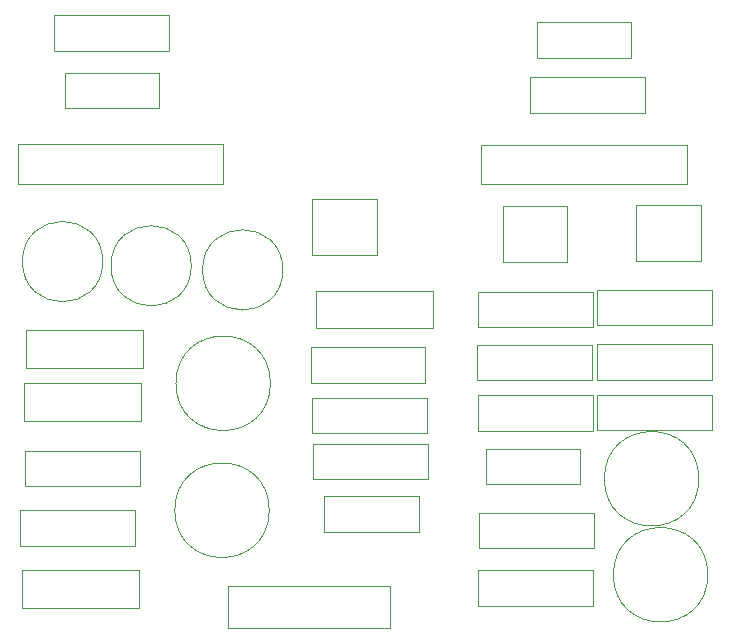
<source format=gbr>
G04 #@! TF.GenerationSoftware,KiCad,Pcbnew,7.0.11+dfsg-1build4*
G04 #@! TF.CreationDate,2026-01-25T21:49:34-05:00*
G04 #@! TF.ProjectId,compressor-01-bearhug,636f6d70-7265-4737-936f-722d30312d62,rev?*
G04 #@! TF.SameCoordinates,Original*
G04 #@! TF.FileFunction,Other,User*
%FSLAX46Y46*%
G04 Gerber Fmt 4.6, Leading zero omitted, Abs format (unit mm)*
G04 Created by KiCad (PCBNEW 7.0.11+dfsg-1build4) date 2026-01-25 21:49:34*
%MOMM*%
%LPD*%
G01*
G04 APERTURE LIST*
%ADD10C,0.050000*%
G04 APERTURE END LIST*
D10*
X154850000Y-45950000D02*
X154850000Y-48950000D01*
X154850000Y-48950000D02*
X162850000Y-48950000D01*
X162850000Y-45950000D02*
X154850000Y-45950000D01*
X162850000Y-48950000D02*
X162850000Y-45950000D01*
X133350000Y-66900000D02*
G75*
G03*
X126550000Y-66900000I-3400000J0D01*
G01*
X126550000Y-66900000D02*
G75*
G03*
X133350000Y-66900000I3400000J0D01*
G01*
X136850000Y-86050000D02*
X136850000Y-89050000D01*
X136850000Y-89050000D02*
X144850000Y-89050000D01*
X144850000Y-86050000D02*
X136850000Y-86050000D01*
X144850000Y-89050000D02*
X144850000Y-86050000D01*
X169334000Y-92710000D02*
G75*
G03*
X161334000Y-92710000I-4000000J0D01*
G01*
X161334000Y-92710000D02*
G75*
G03*
X169334000Y-92710000I4000000J0D01*
G01*
X132200000Y-87250000D02*
G75*
G03*
X124200000Y-87250000I-4000000J0D01*
G01*
X124200000Y-87250000D02*
G75*
G03*
X132200000Y-87250000I4000000J0D01*
G01*
X118100000Y-66200000D02*
G75*
G03*
X111300000Y-66200000I-3400000J0D01*
G01*
X111300000Y-66200000D02*
G75*
G03*
X118100000Y-66200000I3400000J0D01*
G01*
X168572000Y-84582000D02*
G75*
G03*
X160572000Y-84582000I-4000000J0D01*
G01*
X160572000Y-84582000D02*
G75*
G03*
X168572000Y-84582000I4000000J0D01*
G01*
X125600000Y-66550000D02*
G75*
G03*
X118800000Y-66550000I-3400000J0D01*
G01*
X118800000Y-66550000D02*
G75*
G03*
X125600000Y-66550000I3400000J0D01*
G01*
X132300000Y-76500000D02*
G75*
G03*
X124300000Y-76500000I-4000000J0D01*
G01*
X124300000Y-76500000D02*
G75*
G03*
X132300000Y-76500000I4000000J0D01*
G01*
X114872000Y-50200000D02*
X114872000Y-53200000D01*
X114872000Y-53200000D02*
X122872000Y-53200000D01*
X122872000Y-50200000D02*
X114872000Y-50200000D01*
X122872000Y-53200000D02*
X122872000Y-50200000D01*
X136150000Y-68650000D02*
X136150000Y-71850000D01*
X136150000Y-71850000D02*
X146070000Y-71850000D01*
X146070000Y-68650000D02*
X136150000Y-68650000D01*
X146070000Y-71850000D02*
X146070000Y-68650000D01*
X111600000Y-72000000D02*
X111600000Y-75200000D01*
X111600000Y-75200000D02*
X121520000Y-75200000D01*
X121520000Y-72000000D02*
X111600000Y-72000000D01*
X121520000Y-75200000D02*
X121520000Y-72000000D01*
X111450000Y-76500000D02*
X111450000Y-79700000D01*
X111450000Y-79700000D02*
X121370000Y-79700000D01*
X121370000Y-76500000D02*
X111450000Y-76500000D01*
X121370000Y-79700000D02*
X121370000Y-76500000D01*
X111250000Y-92300000D02*
X111250000Y-95500000D01*
X111250000Y-95500000D02*
X121170000Y-95500000D01*
X121170000Y-92300000D02*
X111250000Y-92300000D01*
X121170000Y-95500000D02*
X121170000Y-92300000D01*
X128700000Y-97250000D02*
X142450000Y-97250000D01*
X142450000Y-97250000D02*
X142450000Y-93650000D01*
X128700000Y-93650000D02*
X128700000Y-97250000D01*
X142450000Y-93650000D02*
X128700000Y-93650000D01*
X163290000Y-61370000D02*
X163290000Y-66110000D01*
X163290000Y-61370000D02*
X168750000Y-61370000D01*
X168750000Y-66110000D02*
X163290000Y-66110000D01*
X168750000Y-66110000D02*
X168750000Y-61370000D01*
X135840000Y-60920000D02*
X135840000Y-65660000D01*
X135840000Y-60920000D02*
X141300000Y-60920000D01*
X141300000Y-65660000D02*
X135840000Y-65660000D01*
X141300000Y-65660000D02*
X141300000Y-60920000D01*
X151990000Y-61470000D02*
X151990000Y-66210000D01*
X151990000Y-61470000D02*
X157450000Y-61470000D01*
X157450000Y-66210000D02*
X151990000Y-66210000D01*
X157450000Y-66210000D02*
X157450000Y-61470000D01*
X135700000Y-73450000D02*
X135700000Y-76450000D01*
X135700000Y-76450000D02*
X145420000Y-76450000D01*
X145420000Y-73450000D02*
X135700000Y-73450000D01*
X145420000Y-76450000D02*
X145420000Y-73450000D01*
X135900000Y-81600000D02*
X135900000Y-84600000D01*
X135900000Y-84600000D02*
X145620000Y-84600000D01*
X145620000Y-81600000D02*
X135900000Y-81600000D01*
X145620000Y-84600000D02*
X145620000Y-81600000D01*
X145576000Y-80748000D02*
X145576000Y-77748000D01*
X145576000Y-77748000D02*
X135856000Y-77748000D01*
X135856000Y-80748000D02*
X145576000Y-80748000D01*
X135856000Y-77748000D02*
X135856000Y-80748000D01*
X149900000Y-92350000D02*
X149900000Y-95350000D01*
X149900000Y-95350000D02*
X159620000Y-95350000D01*
X159620000Y-92350000D02*
X149900000Y-92350000D01*
X159620000Y-95350000D02*
X159620000Y-92350000D01*
X114000000Y-45350000D02*
X114000000Y-48350000D01*
X114000000Y-48350000D02*
X123720000Y-48350000D01*
X123720000Y-45350000D02*
X114000000Y-45350000D01*
X123720000Y-48350000D02*
X123720000Y-45350000D01*
X159986000Y-73200000D02*
X159986000Y-76200000D01*
X159986000Y-76200000D02*
X169706000Y-76200000D01*
X169706000Y-73200000D02*
X159986000Y-73200000D01*
X169706000Y-76200000D02*
X169706000Y-73200000D01*
X169706000Y-71604000D02*
X169706000Y-68604000D01*
X169706000Y-68604000D02*
X159986000Y-68604000D01*
X159986000Y-71604000D02*
X169706000Y-71604000D01*
X159986000Y-68604000D02*
X159986000Y-71604000D01*
X149900000Y-77500000D02*
X149900000Y-80500000D01*
X149900000Y-80500000D02*
X159620000Y-80500000D01*
X159620000Y-77500000D02*
X149900000Y-77500000D01*
X159620000Y-80500000D02*
X159620000Y-77500000D01*
X149900000Y-68750000D02*
X149900000Y-71750000D01*
X149900000Y-71750000D02*
X159620000Y-71750000D01*
X159620000Y-68750000D02*
X149900000Y-68750000D01*
X159620000Y-71750000D02*
X159620000Y-68750000D01*
X154300000Y-50600000D02*
X154300000Y-53600000D01*
X154300000Y-53600000D02*
X164020000Y-53600000D01*
X164020000Y-50600000D02*
X154300000Y-50600000D01*
X164020000Y-53600000D02*
X164020000Y-50600000D01*
X159986000Y-77494000D02*
X159986000Y-80494000D01*
X159986000Y-80494000D02*
X169706000Y-80494000D01*
X169706000Y-77494000D02*
X159986000Y-77494000D01*
X169706000Y-80494000D02*
X169706000Y-77494000D01*
X120800000Y-90250000D02*
X120800000Y-87250000D01*
X120800000Y-87250000D02*
X111080000Y-87250000D01*
X111080000Y-90250000D02*
X120800000Y-90250000D01*
X111080000Y-87250000D02*
X111080000Y-90250000D01*
X111500000Y-82200000D02*
X111500000Y-85200000D01*
X111500000Y-85200000D02*
X121220000Y-85200000D01*
X121220000Y-82200000D02*
X111500000Y-82200000D01*
X121220000Y-85200000D02*
X121220000Y-82200000D01*
X110900000Y-59600000D02*
X128300000Y-59600000D01*
X128300000Y-59600000D02*
X128300000Y-56250000D01*
X110900000Y-56250000D02*
X110900000Y-59600000D01*
X128300000Y-56250000D02*
X110900000Y-56250000D01*
X150150000Y-59650000D02*
X167550000Y-59650000D01*
X167550000Y-59650000D02*
X167550000Y-56300000D01*
X150150000Y-56300000D02*
X150150000Y-59650000D01*
X167550000Y-56300000D02*
X150150000Y-56300000D01*
X150000000Y-87450000D02*
X150000000Y-90450000D01*
X150000000Y-90450000D02*
X159720000Y-90450000D01*
X159720000Y-87450000D02*
X150000000Y-87450000D01*
X159720000Y-90450000D02*
X159720000Y-87450000D01*
X159550000Y-76250000D02*
X159550000Y-73250000D01*
X159550000Y-73250000D02*
X149830000Y-73250000D01*
X149830000Y-76250000D02*
X159550000Y-76250000D01*
X149830000Y-73250000D02*
X149830000Y-76250000D01*
X158550000Y-85050000D02*
X158550000Y-82050000D01*
X158550000Y-82050000D02*
X150550000Y-82050000D01*
X150550000Y-85050000D02*
X158550000Y-85050000D01*
X150550000Y-82050000D02*
X150550000Y-85050000D01*
M02*

</source>
